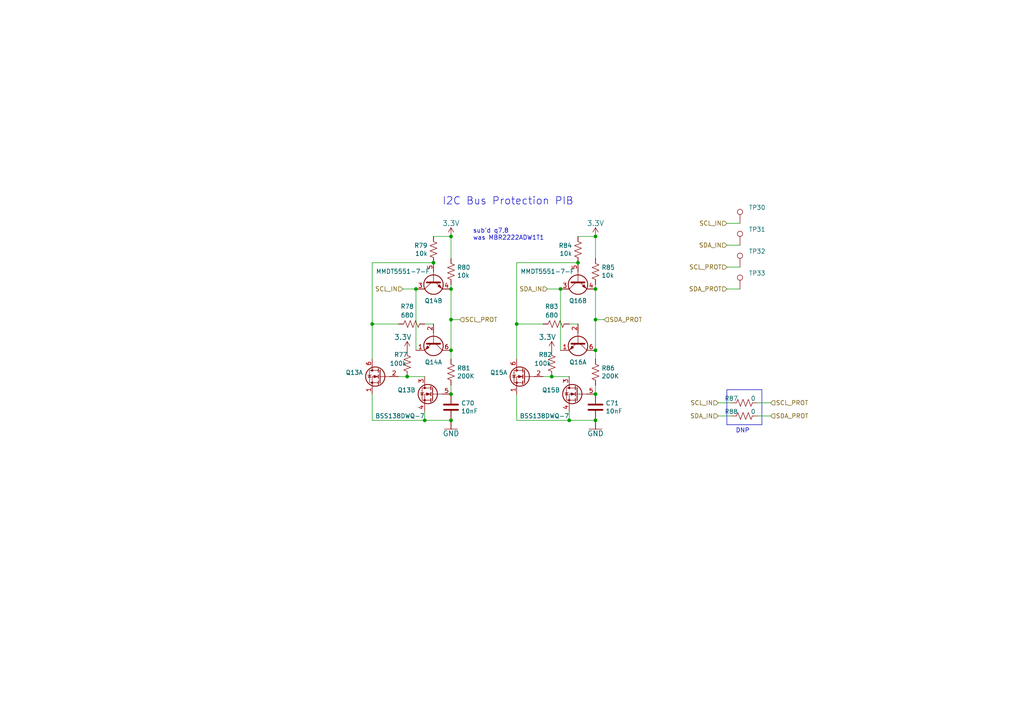
<source format=kicad_sch>
(kicad_sch (version 20230121) (generator eeschema)
  (paper "A4")
  (title_block (company "Sierra Lobo INC"))
  (lib_symbols
    (symbol "Connector:TestPoint" (pin_numbers hide) (pin_names (offset 0.762) hide)
      (property "Reference" "TP" (at 0 6.858 0))
      (property "Value" "TestPoint" (at 0 5.08 0))
      (symbol "TestPoint_0_1"
        (circle (center 0 3.302) (radius 0.762))
      )
      (symbol "TestPoint_1_1"
        (pin passive line (at 0 0 90) (length 2.54) (name "1") (number "1"))
      )
    )
    (symbol "Device:C" (pin_numbers hide) (pin_names (offset 0.254))
      (property "Reference" "C" (at 0.635 2.54 0))
      (property "Value" "C" (at 0.635 -2.54 0))
      (symbol "C_0_1"
        (polyline (pts (xy -2.032 -0.762) (xy 2.032 -0.762)) (stroke (width 0.508)))
        (polyline (pts (xy -2.032 0.762) (xy 2.032 0.762)) (stroke (width 0.508)))
      )
      (symbol "C_1_1"
        (pin passive line (at 0 3.81 270) (length 2.794) (name "~") (number "1"))
        (pin passive line (at 0 -3.81 90) (length 2.794) (name "~") (number "2"))
      )
    )
    (symbol "Device:R_US" (pin_numbers hide) (pin_names (offset 0))
      (property "Reference" "R" (at 2.54 0 90))
      (property "Value" "R_US" (at -2.54 0 90))
      (symbol "R_US_0_1"
        (polyline (pts (xy 0 -2.286) (xy 0 -2.54)))
        (polyline (pts (xy 0 2.286) (xy 0 2.54)))
        (polyline (pts (xy 0 -0.762) (xy 1.016 -1.143) (xy 0 -1.524) (xy -1.016 -1.905) (xy 0 -2.286)))
        (polyline (pts (xy 0 0.762) (xy 1.016 0.381) (xy 0 0) (xy -1.016 -0.381) (xy 0 -0.762)))
        (polyline (pts (xy 0 2.286) (xy 1.016 1.905) (xy 0 1.524) (xy -1.016 1.143) (xy 0 0.762)))
      )
      (symbol "R_US_1_1"
        (pin passive line (at 0 3.81 270) (length 1.27) (name "~") (number "1"))
        (pin passive line (at 0 -3.81 90) (length 1.27) (name "~") (number "2"))
      )
    )
    (symbol "mainboard-rescue:MBT2222ADW1T1-Transistor_BJT-mainboard-rescue" (pin_names (offset 0) hide)
      (property "Reference" "Q" (at 5.08 1.27 0))
      (property "Value" "MBT2222ADW1T1-Transistor_BJT-mainboard-rescue" (at 5.08 -1.27 0))
      (symbol "MBT2222ADW1T1-Transistor_BJT-mainboard-rescue_0_1"
        (polyline (pts (xy 0.635 0) (xy -2.54 0)))
        (polyline (pts (xy 0.635 0.635) (xy 2.54 2.54)))
        (polyline (pts (xy 0.635 -0.635) (xy 2.54 -2.54) (xy 2.54 -2.54)))
        (polyline (pts (xy 0.635 1.905) (xy 0.635 -1.905) (xy 0.635 -1.905)) (stroke (width 0.508)))
        (polyline (pts (xy 1.27 -1.778) (xy 1.778 -1.27) (xy 2.286 -2.286) (xy 1.27 -1.778) (xy 1.27 -1.778)) (fill (type outline)))
        (circle (center 1.27 0) (radius 2.8194) (stroke (width 0.254)))
      )
      (symbol "MBT2222ADW1T1-Transistor_BJT-mainboard-rescue_1_1"
        (pin passive line (at 2.54 -5.08 90) (length 2.54) (name "E1") (number "1"))
        (pin input line (at -5.08 0 0) (length 2.54) (name "B1") (number "2"))
        (pin passive line (at 2.54 5.08 270) (length 2.54) (name "C1") (number "6"))
      )
      (symbol "MBT2222ADW1T1-Transistor_BJT-mainboard-rescue_2_1"
        (pin passive line (at 2.54 5.08 270) (length 2.54) (name "C2") (number "3"))
        (pin passive line (at 2.54 -5.08 90) (length 2.54) (name "E2") (number "4"))
        (pin input line (at -5.08 0 0) (length 2.54) (name "B2") (number "5"))
      )
    )
    (symbol "mainboard:3.3V" (power) (pin_names (offset 1.016))
      (property "Value" "3.3V" (at -1.016 3.556 0))
      (symbol "3.3V_1_0"
        (polyline (pts (xy 0 2.54) (xy -0.762 1.27)))
        (polyline (pts (xy 0.762 1.27) (xy 0 2.54)))
        (pin power_in line (at 0 0 90) (length 2.54) (name "3.3V") (number "1"))
      )
    )
    (symbol "mainboard:BSS138DWQ-7" (pin_names (offset 0.762) hide)
      (property "Reference" "Q" (at -2.54 5.08 0))
      (property "Value" "BSS138DWQ-7" (at 3.81 6.35 0))
      (symbol "BSS138DWQ-7_1_1"
        (polyline (pts (xy -1.016 0) (xy -3.81 0)))
        (polyline (pts (xy -1.016 1.905) (xy -1.016 -1.905)) (stroke (width 0.254)))
        (polyline (pts (xy -0.508 -1.27) (xy -0.508 -2.286)) (stroke (width 0.254)))
        (polyline (pts (xy -0.508 0.508) (xy -0.508 -0.508)) (stroke (width 0.254)))
        (polyline (pts (xy -0.508 2.286) (xy -0.508 1.27)) (stroke (width 0.254)))
        (polyline (pts (xy 1.27 2.54) (xy 1.27 1.778)))
        (polyline (pts (xy 1.27 -2.54) (xy 1.27 0) (xy -0.508 0)))
        (polyline (pts (xy -0.508 -1.778) (xy 2.032 -1.778) (xy 2.032 1.778) (xy -0.508 1.778)))
        (polyline (pts (xy -0.254 0) (xy 0.762 0.381) (xy 0.762 -0.381) (xy -0.254 0)) (fill (type outline)))
        (polyline (pts (xy 1.524 0.508) (xy 1.651 0.381) (xy 2.413 0.381) (xy 2.54 0.254)))
        (polyline (pts (xy 2.032 0.381) (xy 1.651 -0.254) (xy 2.413 -0.254) (xy 2.032 0.381)))
        (circle (center 0.381 0) (radius 2.794) (stroke (width 0.254)))
        (circle (center 1.27 -1.778) (radius 0.254) (fill (type outline)))
        (circle (center 1.27 1.778) (radius 0.254) (fill (type outline)))
        (pin passive line (at 1.27 -5.08 90) (length 2.54) (name "S2") (number "1"))
        (pin input line (at -6.35 0 0) (length 2.54) (name "G2") (number "2"))
        (pin passive line (at 1.27 5.08 270) (length 2.54) (name "D1") (number "6"))
      )
      (symbol "BSS138DWQ-7_2_1"
        (polyline (pts (xy -1.016 0) (xy -3.81 0)))
        (polyline (pts (xy -1.016 1.905) (xy -1.016 -1.905)) (stroke (width 0.254)))
        (polyline (pts (xy -0.508 -1.27) (xy -0.508 -2.286)) (stroke (width 0.254)))
        (polyline (pts (xy -0.508 0.508) (xy -0.508 -0.508)) (stroke (width 0.254)))
        (polyline (pts (xy -0.508 2.286) (xy -0.508 1.27)) (stroke (width 0.254)))
        (polyline (pts (xy 1.27 2.54) (xy 1.27 1.778)))
        (polyline (pts (xy 1.27 -2.54) (xy 1.27 0) (xy -0.508 0)))
        (polyline (pts (xy -0.508 -1.778) (xy 2.032 -1.778) (xy 2.032 1.778) (xy -0.508 1.778)))
        (polyline (pts (xy -0.254 0) (xy 0.762 0.381) (xy 0.762 -0.381) (xy -0.254 0)) (fill (type outline)))
        (polyline (pts (xy 1.524 0.508) (xy 1.651 0.381) (xy 2.413 0.381) (xy 2.54 0.254)))
        (polyline (pts (xy 2.032 0.381) (xy 1.651 -0.254) (xy 2.413 -0.254) (xy 2.032 0.381)))
        (circle (center 0.381 0) (radius 2.794) (stroke (width 0.254)))
        (circle (center 1.27 -1.778) (radius 0.254) (fill (type outline)))
        (circle (center 1.27 1.778) (radius 0.254) (fill (type outline)))
        (pin passive line (at 1.27 5.08 270) (length 2.54) (name "D2") (number "3"))
        (pin passive line (at 1.27 -5.08 90) (length 2.54) (name "S1") (number "4"))
        (pin input line (at -6.35 0 0) (length 2.54) (name "G1") (number "5"))
      )
    )
    (symbol "mainboard:GND" (power) (pin_names (offset 1.016))
      (property "Value" "GND" (at -2.54 -2.54 0))
      (symbol "GND_1_0"
        (polyline (pts (xy -1.905 0) (xy 1.905 0)))
        (pin power_in line (at 0 2.54 270) (length 2.54) (name "GND") (number "1"))
      )
    )
  )
  (junction (at 120.65 83.82))
  (junction (at 172.72 121.92))
  (junction (at 118.11 109.22))
  (junction (at 130.81 114.3))
  (junction (at 149.86 93.98))
  (junction (at 172.72 92.71))
  (junction (at 172.72 114.3))
  (junction (at 107.95 93.98))
  (junction (at 125.73 76.2))
  (junction (at 167.64 76.2))
  (junction (at 130.81 92.71))
  (junction (at 172.72 101.6))
  (junction (at 123.19 121.92))
  (junction (at 165.1 121.92))
  (junction (at 172.72 68.58))
  (junction (at 130.81 101.6))
  (junction (at 172.72 83.82))
  (junction (at 130.81 68.58))
  (junction (at 130.81 121.92))
  (junction (at 130.81 83.82))
  (junction (at 162.56 83.82))
  (junction (at 160.02 109.22))
  (wire (pts (xy 219.71 116.84) (xy 223.52 116.84)))
  (wire (pts (xy 130.81 104.14) (xy 130.81 101.6)))
  (wire (pts (xy 210.82 64.77) (xy 214.63 64.77)))
  (wire (pts (xy 123.19 121.92) (xy 130.81 121.92)))
  (wire (pts (xy 149.86 93.98) (xy 157.48 93.98)))
  (wire (pts (xy 160.02 109.22) (xy 157.48 109.22)))
  (wire (pts (xy 130.81 82.55) (xy 130.81 83.82)))
  (wire (pts (xy 149.86 76.2) (xy 167.64 76.2)))
  (wire (pts (xy 172.72 104.14) (xy 172.72 101.6)))
  (wire (pts (xy 149.86 93.98) (xy 149.86 76.2)))
  (polyline (pts (xy 210.82 113.03) (xy 210.82 123.19)))
  (wire (pts (xy 172.72 101.6) (xy 172.72 92.71)))
  (wire (pts (xy 172.72 82.55) (xy 172.72 83.82)))
  (wire (pts (xy 149.86 104.14) (xy 149.86 93.98)))
  (wire (pts (xy 123.19 109.22) (xy 118.11 109.22)))
  (wire (pts (xy 162.56 83.82) (xy 162.56 101.6)))
  (wire (pts (xy 175.26 92.71) (xy 172.72 92.71)))
  (wire (pts (xy 107.95 93.98) (xy 115.57 93.98)))
  (wire (pts (xy 130.81 101.6) (xy 130.81 92.71)))
  (polyline (pts (xy 210.82 113.03) (xy 220.98 113.03)))
  (wire (pts (xy 149.86 121.92) (xy 165.1 121.92)))
  (wire (pts (xy 210.82 83.82) (xy 214.63 83.82)))
  (wire (pts (xy 120.65 83.82) (xy 120.65 101.6)))
  (wire (pts (xy 107.95 121.92) (xy 123.19 121.92)))
  (wire (pts (xy 130.81 92.71) (xy 130.81 83.82)))
  (wire (pts (xy 158.75 83.82) (xy 162.56 83.82)))
  (wire (pts (xy 133.35 92.71) (xy 130.81 92.71)))
  (polyline (pts (xy 220.98 123.19) (xy 220.98 113.03)))
  (wire (pts (xy 118.11 109.22) (xy 115.57 109.22)))
  (wire (pts (xy 167.64 93.98) (xy 165.1 93.98)))
  (wire (pts (xy 172.72 68.58) (xy 172.72 74.93)))
  (wire (pts (xy 107.95 76.2) (xy 125.73 76.2)))
  (wire (pts (xy 208.28 116.84) (xy 212.09 116.84)))
  (wire (pts (xy 107.95 93.98) (xy 107.95 76.2)))
  (wire (pts (xy 130.81 111.76) (xy 130.81 114.3)))
  (wire (pts (xy 107.95 104.14) (xy 107.95 93.98)))
  (wire (pts (xy 219.71 120.65) (xy 223.52 120.65)))
  (wire (pts (xy 107.95 114.3) (xy 107.95 121.92)))
  (wire (pts (xy 172.72 92.71) (xy 172.72 83.82)))
  (wire (pts (xy 165.1 121.92) (xy 172.72 121.92)))
  (wire (pts (xy 125.73 93.98) (xy 123.19 93.98)))
  (polyline (pts (xy 210.82 123.19) (xy 220.98 123.19)))
  (wire (pts (xy 130.81 68.58) (xy 125.73 68.58)))
  (wire (pts (xy 172.72 68.58) (xy 167.64 68.58)))
  (wire (pts (xy 165.1 109.22) (xy 160.02 109.22)))
  (wire (pts (xy 210.82 77.47) (xy 214.63 77.47)))
  (wire (pts (xy 149.86 114.3) (xy 149.86 121.92)))
  (wire (pts (xy 210.82 71.12) (xy 214.63 71.12)))
  (wire (pts (xy 172.72 111.76) (xy 172.72 114.3)))
  (wire (pts (xy 130.81 74.93) (xy 130.81 68.58)))
  (wire (pts (xy 116.84 83.82) (xy 120.65 83.82)))
  (wire (pts (xy 208.28 120.65) (xy 212.09 120.65)))
  (wire (pts (xy 165.1 119.38) (xy 165.1 121.92)))
  (wire (pts (xy 123.19 119.38) (xy 123.19 121.92)))
  (text "sub'd q7,8\nwas MBR2222ADW1T1" (at 137.16 69.85 0) (effects (font (size 1.27 1.27)) (justify left bottom)))
  (text "DNP" (at 213.36 125.73 0) (effects (font (size 1.27 1.27)) (justify left bottom)))
  (text "I2C Bus Protection PIB" (at 128.27 59.69 0) (effects (font (size 2.159 2.159)) (justify left bottom)))
  (hierarchical_label "SCL_IN" (shape input) (at 116.84 83.82 180))
  (hierarchical_label "SDA_IN" (shape input) (at 208.28 120.65 180))
  (hierarchical_label "SDA_PROT" (shape input) (at 175.26 92.71 0))
  (hierarchical_label "SDA_PROT" (shape input) (at 223.52 120.65 0))
  (hierarchical_label "SDA_IN" (shape input) (at 210.82 71.12 180))
  (hierarchical_label "SCL_PROT" (shape input) (at 210.82 77.47 180))
  (hierarchical_label "SCL_PROT" (shape input) (at 133.35 92.71 0))
  (hierarchical_label "SCL_PROT" (shape input) (at 223.52 116.84 0))
  (hierarchical_label "SCL_IN" (shape input) (at 208.28 116.84 180))
  (hierarchical_label "SDA_IN" (shape input) (at 158.75 83.82 180))
  (hierarchical_label "SCL_IN" (shape input) (at 210.82 64.77 180))
  (hierarchical_label "SDA_PROT" (shape input) (at 210.82 83.82 180))
  (symbol (lib_id "Device:R_US") (at 172.72 78.74 0) (unit 1)
    (property "Reference" "R85" (at 174.4472 77.5716 0) (effects (justify left)))
    (property "Value" "10k" (at 174.4472 79.883 0) (effects (justify left)))
    (property "Footprint" "Resistor_SMD:R_0603_1608Metric" (effects hide))
    (instances (project "FP Interface Card" (path "" (reference "R85") (unit 1)) (path "" (reference "R55") (unit 1))))
  )
  (symbol (lib_id "mainboard:BSS138DWQ-7") (at 166.37 114.3 0) (mirror y) (unit 2)
    (property "Reference" "Q15" (at 162.433 113.1316 0) (effects (justify left)))
    (property "Value" "BSS138DWQ-7" (effects hide))
    (property "Footprint" "Package_TO_SOT_SMD:SOT-363_SC-70-6" (effects hide))
    (property "Datasheet" "https://www.diodes.com/assets/Datasheets/BSS138DWQ.pdf" (effects hide))
    (instances (project "FP Interface Card" (path "" (reference "Q15") (unit 2)) (path "" (reference "Q7") (unit 2))))
  )
  (symbol (lib_id "Device:C") (at 130.81 118.11 0) (unit 1)
    (property "Reference" "C70" (at 133.731 116.9416 0) (effects (justify left)))
    (property "Value" "10nF" (at 133.731 119.253 0) (effects (justify left)))
    (property "Footprint" "Capacitor_SMD:C_0603_1608Metric" (effects hide))
    (instances (project "FP Interface Card" (path "" (reference "C70") (unit 1)) (path "" (reference "C47") (unit 1))))
  )
  (symbol (lib_id "Connector:TestPoint") (at 214.63 71.12 0) (unit 1)
    (property "Reference" "TP31" (at 217.17 66.5479 0) (effects (justify left)))
    (property "Value" "TestPoint" (effects hide))
    (property "Footprint" "TestPoint:TestPoint_Pad_D1.0mm" (effects hide))
    (instances (project "FP Interface Card" (path "" (reference "TP31") (unit 1)) (path "" (reference "TP16") (unit 1))))
  )
  (symbol (lib_id "mainboard-rescue:MBT2222ADW1T1-Transistor_BJT-mainboard-rescue") (at 125.73 99.06 270) (unit 1)
    (property "Reference" "Q14" (at 125.73 105.0544 90))
    (property "Value" "MMDT5551-7-F" (effects hide))
    (property "Footprint" "Package_TO_SOT_SMD:SOT-363_SC-70-6" (effects hide))
    (instances (project "FP Interface Card" (path "" (reference "Q14") (unit 1)) (path "" (reference "Q6") (unit 1))))
  )
  (symbol (lib_id "Device:R_US") (at 119.38 93.98 270) (unit 1)
    (property "Reference" "R78" (at 118.11 88.9 90))
    (property "Value" "680" (at 118.11 91.44 90))
    (property "Footprint" "Resistor_SMD:R_0603_1608Metric" (effects hide))
    (instances (project "FP Interface Card" (path "" (reference "R78") (unit 1)) (path "" (reference "R48") (unit 1))))
  )
  (symbol (lib_id "Device:R_US") (at 130.81 78.74 0) (unit 1)
    (property "Reference" "R80" (at 132.5372 77.5716 0) (effects (justify left)))
    (property "Value" "10k" (at 132.5372 79.883 0) (effects (justify left)))
    (property "Footprint" "Resistor_SMD:R_0603_1608Metric" (effects hide))
    (instances (project "FP Interface Card" (path "" (reference "R80") (unit 1)) (path "" (reference "R50") (unit 1))))
  )
  (symbol (lib_id "Connector:TestPoint") (at 214.63 83.82 0) (unit 1)
    (property "Reference" "TP33" (at 217.17 79.2479 0) (effects (justify left)))
    (property "Value" "TestPoint" (effects hide))
    (property "Footprint" "TestPoint:TestPoint_Pad_D1.0mm" (effects hide))
    (instances (project "FP Interface Card" (path "" (reference "TP33") (unit 1)) (path "" (reference "TP18") (unit 1))))
  )
  (symbol (lib_id "Device:R_US") (at 130.81 107.95 0) (unit 1)
    (property "Reference" "R81" (at 132.5372 106.7816 0) (effects (justify left)))
    (property "Value" "200K" (at 132.5372 109.093 0) (effects (justify left)))
    (property "Footprint" "Resistor_SMD:R_0603_1608Metric" (effects hide))
    (instances (project "FP Interface Card" (path "" (reference "R81") (unit 1)) (path "" (reference "R51") (unit 1))))
  )
  (symbol (lib_id "Device:R_US") (at 125.73 72.39 0) (unit 1)
    (property "Reference" "R79" (at 124.0282 71.2216 0) (effects (justify right)))
    (property "Value" "10k" (at 124.0282 73.533 0) (effects (justify right)))
    (property "Footprint" "Resistor_SMD:R_0603_1608Metric" (effects hide))
    (instances (project "FP Interface Card" (path "" (reference "R79") (unit 1)) (path "" (reference "R49") (unit 1))))
  )
  (symbol (lib_id "mainboard:BSS138DWQ-7") (at 124.46 114.3 0) (mirror y) (unit 2)
    (property "Reference" "Q13" (at 120.523 113.1316 0) (effects (justify left)))
    (property "Value" "BSS138DWQ-7" (effects hide))
    (property "Footprint" "Package_TO_SOT_SMD:SOT-363_SC-70-6" (effects hide))
    (property "Datasheet" "https://www.diodes.com/assets/Datasheets/BSS138DWQ.pdf" (effects hide))
    (instances (project "FP Interface Card" (path "" (reference "Q13") (unit 2)) (path "" (reference "Q5") (unit 2))))
  )
  (symbol (lib_id "mainboard:BSS138DWQ-7") (at 109.22 109.22 0) (mirror y) (unit 1)
    (property "Reference" "Q13" (at 105.283 108.0516 0) (effects (justify left)))
    (property "Value" "BSS138DWQ-7" (at 123.19 120.65 0) (effects (justify left)))
    (property "Footprint" "Package_TO_SOT_SMD:SOT-363_SC-70-6" (effects hide))
    (property "Datasheet" "https://www.diodes.com/assets/Datasheets/BSS138DWQ.pdf" (effects hide))
    (instances (project "FP Interface Card" (path "" (reference "Q13") (unit 1)) (path "" (reference "Q5") (unit 1))))
  )
  (symbol (lib_id "mainboard-rescue:MBT2222ADW1T1-Transistor_BJT-mainboard-rescue") (at 167.64 81.28 90) (mirror x) (unit 2)
    (property "Reference" "Q16" (at 167.64 87.249 90))
    (property "Value" "MMDT5551-7-F" (at 158.75 78.74 90))
    (property "Footprint" "Package_TO_SOT_SMD:SOT-363_SC-70-6" (effects hide))
    (instances (project "FP Interface Card" (path "" (reference "Q16") (unit 2)) (path "" (reference "Q8") (unit 2))))
  )
  (symbol (lib_id "mainboard:BSS138DWQ-7") (at 151.13 109.22 0) (mirror y) (unit 1)
    (property "Reference" "Q15" (at 147.193 108.0516 0) (effects (justify left)))
    (property "Value" "BSS138DWQ-7" (at 165.1 120.65 0) (effects (justify left)))
    (property "Footprint" "Package_TO_SOT_SMD:SOT-363_SC-70-6" (effects hide))
    (property "Datasheet" "https://www.diodes.com/assets/Datasheets/BSS138DWQ.pdf" (effects hide))
    (instances (project "FP Interface Card" (path "" (reference "Q15") (unit 1)) (path "" (reference "Q7") (unit 1))))
  )
  (symbol (lib_id "mainboard-rescue:MBT2222ADW1T1-Transistor_BJT-mainboard-rescue") (at 167.64 99.06 270) (unit 1)
    (property "Reference" "Q16" (at 167.64 105.0544 90))
    (property "Value" "MMDT5551-7-F" (effects hide))
    (property "Footprint" "Package_TO_SOT_SMD:SOT-363_SC-70-6" (effects hide))
    (instances (project "FP Interface Card" (path "" (reference "Q16") (unit 1)) (path "" (reference "Q8") (unit 1))))
  )
  (symbol (lib_id "Device:R_US") (at 167.64 72.39 0) (unit 1)
    (property "Reference" "R84" (at 165.9382 71.2216 0) (effects (justify right)))
    (property "Value" "10k" (at 165.9382 73.533 0) (effects (justify right)))
    (property "Footprint" "Resistor_SMD:R_0603_1608Metric" (effects hide))
    (instances (project "FP Interface Card" (path "" (reference "R84") (unit 1)) (path "" (reference "R54") (unit 1))))
  )
  (symbol (lib_id "Device:R_US") (at 118.11 105.41 0) (unit 1)
    (property "Reference" "R77" (at 114.3 102.87 0) (effects (justify left)))
    (property "Value" "100k" (at 113.03 105.41 0) (effects (justify left)))
    (property "Footprint" "Resistor_SMD:R_0603_1608Metric" (effects hide))
    (instances (project "FP Interface Card" (path "" (reference "R77") (unit 1)) (path "" (reference "R47") (unit 1))))
  )
  (symbol (lib_id "Device:C") (at 172.72 118.11 0) (unit 1)
    (property "Reference" "C71" (at 175.641 116.9416 0) (effects (justify left)))
    (property "Value" "10nF" (at 175.641 119.253 0) (effects (justify left)))
    (property "Footprint" "Capacitor_SMD:C_0603_1608Metric" (effects hide))
    (instances (project "FP Interface Card" (path "" (reference "C71") (unit 1)) (path "" (reference "C48") (unit 1))))
  )
  (symbol (lib_id "Connector:TestPoint") (at 214.63 77.47 0) (unit 1)
    (property "Reference" "TP32" (at 217.17 72.8979 0) (effects (justify left)))
    (property "Value" "TestPoint" (effects hide))
    (property "Footprint" "TestPoint:TestPoint_Pad_D1.0mm" (effects hide))
    (instances (project "FP Interface Card" (path "" (reference "TP32") (unit 1)) (path "" (reference "TP17") (unit 1))))
  )
  (symbol (lib_id "mainboard:3.3V") (at 130.81 68.58 0) (unit 1)
    (property "Reference" "#P+09" (effects hide))
    (property "Value" "3.3V" (at 130.81 64.77 0) (effects (font (size 1.4986 1.4986))))
    (instances (project "FP Interface Card" (path "" (reference "#P+09") (unit 1)) (path "" (reference "#P+05") (unit 1))))
  )
  (symbol (lib_id "mainboard:3.3V") (at 160.02 101.6 0) (unit 1)
    (property "Reference" "#P+010" (effects hide))
    (property "Value" "3.3V" (at 158.75 97.79 0) (effects (font (size 1.4986 1.4986))))
    (instances (project "FP Interface Card" (path "" (reference "#P+010") (unit 1)) (path "" (reference "#P+06") (unit 1))))
  )
  (symbol (lib_id "mainboard:GND") (at 172.72 124.46 0) (unit 1)
    (property "Reference" "#GND025" (effects hide))
    (property "Value" "GND" (at 172.72 125.73 0) (effects (font (size 1.4986 1.4986))))
    (instances (project "FP Interface Card" (path "" (reference "#GND025") (unit 1)) (path "" (reference "#GND023") (unit 1))))
  )
  (symbol (lib_id "Connector:TestPoint") (at 214.63 64.77 0) (unit 1)
    (property "Reference" "TP30" (at 217.17 60.1979 0) (effects (justify left)))
    (property "Value" "TestPoint" (effects hide))
    (property "Footprint" "TestPoint:TestPoint_Pad_D1.0mm" (effects hide))
    (instances (project "FP Interface Card" (path "" (reference "TP30") (unit 1)) (path "" (reference "TP15") (unit 1))))
  )
  (symbol (lib_id "Device:R_US") (at 215.9 116.84 270) (unit 1)
    (property "Reference" "R87" (at 212.09 115.57 90))
    (property "Value" "0" (at 218.44 115.57 90))
    (property "Footprint" "Resistor_SMD:R_0603_1608Metric" (effects hide))
    (instances (project "FP Interface Card" (path "" (reference "R87") (unit 1)) (path "" (reference "R57") (unit 1))))
  )
  (symbol (lib_id "mainboard-rescue:MBT2222ADW1T1-Transistor_BJT-mainboard-rescue") (at 125.73 81.28 90) (mirror x) (unit 2)
    (property "Reference" "Q14" (at 125.73 87.249 90))
    (property "Value" "MMDT5551-7-F" (at 116.84 78.74 90))
    (property "Footprint" "Package_TO_SOT_SMD:SOT-363_SC-70-6" (effects hide))
    (instances (project "FP Interface Card" (path "" (reference "Q14") (unit 2)) (path "" (reference "Q6") (unit 2))))
  )
  (symbol (lib_id "Device:R_US") (at 215.9 120.65 270) (unit 1)
    (property "Reference" "R88" (at 212.09 119.38 90))
    (property "Value" "0" (at 218.44 119.38 90))
    (property "Footprint" "Resistor_SMD:R_0603_1608Metric" (effects hide))
    (instances (project "FP Interface Card" (path "" (reference "R88") (unit 1)) (path "" (reference "R58") (unit 1))))
  )
  (symbol (lib_id "Device:R_US") (at 160.02 105.41 0) (unit 1)
    (property "Reference" "R82" (at 156.21 102.87 0) (effects (justify left)))
    (property "Value" "100k" (at 154.94 105.41 0) (effects (justify left)))
    (property "Footprint" "Resistor_SMD:R_0603_1608Metric" (effects hide))
    (instances (project "FP Interface Card" (path "" (reference "R82") (unit 1)) (path "" (reference "R52") (unit 1))))
  )
  (symbol (lib_id "Device:R_US") (at 161.29 93.98 270) (unit 1)
    (property "Reference" "R83" (at 160.02 88.9 90))
    (property "Value" "680" (at 160.02 91.44 90))
    (property "Footprint" "Resistor_SMD:R_0603_1608Metric" (effects hide))
    (instances (project "FP Interface Card" (path "" (reference "R83") (unit 1)) (path "" (reference "R53") (unit 1))))
  )
  (symbol (lib_id "mainboard:3.3V") (at 118.11 101.6 0) (unit 1)
    (property "Reference" "#P+08" (effects hide))
    (property "Value" "3.3V" (at 116.84 97.79 0) (effects (font (size 1.4986 1.4986))))
    (instances (project "FP Interface Card" (path "" (reference "#P+08") (unit 1)) (path "" (reference "#P+04") (unit 1))))
  )
  (symbol (lib_id "mainboard:GND") (at 130.81 124.46 0) (unit 1)
    (property "Reference" "#GND024" (effects hide))
    (property "Value" "GND" (at 130.81 125.73 0) (effects (font (size 1.4986 1.4986))))
    (instances (project "FP Interface Card" (path "" (reference "#GND024") (unit 1)) (path "" (reference "#GND022") (unit 1))))
  )
  (symbol (lib_id "Device:R_US") (at 172.72 107.95 0) (unit 1)
    (property "Reference" "R86" (at 174.4472 106.7816 0) (effects (justify left)))
    (property "Value" "200K" (at 174.4472 109.093 0) (effects (justify left)))
    (property "Footprint" "Resistor_SMD:R_0603_1608Metric" (effects hide))
    (instances (project "FP Interface Card" (path "" (reference "R86") (unit 1)) (path "" (reference "R56") (unit 1))))
  )
  (symbol (lib_id "mainboard:3.3V") (at 172.72 68.58 0) (unit 1)
    (property "Reference" "#P+011" (effects hide))
    (property "Value" "3.3V" (at 172.72 64.77 0) (effects (font (size 1.4986 1.4986))))
    (instances (project "FP Interface Card" (path "" (reference "#P+011") (unit 1)) (path "" (reference "#P+07") (unit 1))))
  )
)
</source>
